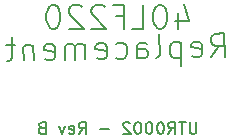
<source format=gbr>
%TF.GenerationSoftware,KiCad,Pcbnew,(6.0.4)*%
%TF.CreationDate,2022-05-21T11:19:22+01:00*%
%TF.ProjectId,Saft 40LF220 - Rev B,53616674-2034-4304-9c46-323230202d20,rev?*%
%TF.SameCoordinates,Original*%
%TF.FileFunction,Legend,Bot*%
%TF.FilePolarity,Positive*%
%FSLAX46Y46*%
G04 Gerber Fmt 4.6, Leading zero omitted, Abs format (unit mm)*
G04 Created by KiCad (PCBNEW (6.0.4)) date 2022-05-21 11:19:22*
%MOMM*%
%LPD*%
G01*
G04 APERTURE LIST*
%ADD10C,0.150000*%
G04 APERTURE END LIST*
D10*
X139645238Y-61771428D02*
X139645238Y-63104761D01*
X140121428Y-61009523D02*
X140597619Y-62438095D01*
X139359523Y-62438095D01*
X138216666Y-61104761D02*
X138026190Y-61104761D01*
X137835714Y-61200000D01*
X137740476Y-61295238D01*
X137645238Y-61485714D01*
X137550000Y-61866666D01*
X137550000Y-62342857D01*
X137645238Y-62723809D01*
X137740476Y-62914285D01*
X137835714Y-63009523D01*
X138026190Y-63104761D01*
X138216666Y-63104761D01*
X138407142Y-63009523D01*
X138502380Y-62914285D01*
X138597619Y-62723809D01*
X138692857Y-62342857D01*
X138692857Y-61866666D01*
X138597619Y-61485714D01*
X138502380Y-61295238D01*
X138407142Y-61200000D01*
X138216666Y-61104761D01*
X135740476Y-63104761D02*
X136692857Y-63104761D01*
X136692857Y-61104761D01*
X134407142Y-62057142D02*
X135073809Y-62057142D01*
X135073809Y-63104761D02*
X135073809Y-61104761D01*
X134121428Y-61104761D01*
X133454761Y-61295238D02*
X133359523Y-61200000D01*
X133169047Y-61104761D01*
X132692857Y-61104761D01*
X132502380Y-61200000D01*
X132407142Y-61295238D01*
X132311904Y-61485714D01*
X132311904Y-61676190D01*
X132407142Y-61961904D01*
X133550000Y-63104761D01*
X132311904Y-63104761D01*
X131550000Y-61295238D02*
X131454761Y-61200000D01*
X131264285Y-61104761D01*
X130788095Y-61104761D01*
X130597619Y-61200000D01*
X130502380Y-61295238D01*
X130407142Y-61485714D01*
X130407142Y-61676190D01*
X130502380Y-61961904D01*
X131645238Y-63104761D01*
X130407142Y-63104761D01*
X129169047Y-61104761D02*
X128978571Y-61104761D01*
X128788095Y-61200000D01*
X128692857Y-61295238D01*
X128597619Y-61485714D01*
X128502380Y-61866666D01*
X128502380Y-62342857D01*
X128597619Y-62723809D01*
X128692857Y-62914285D01*
X128788095Y-63009523D01*
X128978571Y-63104761D01*
X129169047Y-63104761D01*
X129359523Y-63009523D01*
X129454761Y-62914285D01*
X129550000Y-62723809D01*
X129645238Y-62342857D01*
X129645238Y-61866666D01*
X129550000Y-61485714D01*
X129454761Y-61295238D01*
X129359523Y-61200000D01*
X129169047Y-61104761D01*
X141192857Y-71002380D02*
X141192857Y-71811904D01*
X141145238Y-71907142D01*
X141097619Y-71954761D01*
X141002380Y-72002380D01*
X140811904Y-72002380D01*
X140716666Y-71954761D01*
X140669047Y-71907142D01*
X140621428Y-71811904D01*
X140621428Y-71002380D01*
X140288095Y-71002380D02*
X139716666Y-71002380D01*
X140002380Y-72002380D02*
X140002380Y-71002380D01*
X138811904Y-72002380D02*
X139145238Y-71526190D01*
X139383333Y-72002380D02*
X139383333Y-71002380D01*
X139002380Y-71002380D01*
X138907142Y-71050000D01*
X138859523Y-71097619D01*
X138811904Y-71192857D01*
X138811904Y-71335714D01*
X138859523Y-71430952D01*
X138907142Y-71478571D01*
X139002380Y-71526190D01*
X139383333Y-71526190D01*
X138192857Y-71002380D02*
X138097619Y-71002380D01*
X138002380Y-71050000D01*
X137954761Y-71097619D01*
X137907142Y-71192857D01*
X137859523Y-71383333D01*
X137859523Y-71621428D01*
X137907142Y-71811904D01*
X137954761Y-71907142D01*
X138002380Y-71954761D01*
X138097619Y-72002380D01*
X138192857Y-72002380D01*
X138288095Y-71954761D01*
X138335714Y-71907142D01*
X138383333Y-71811904D01*
X138430952Y-71621428D01*
X138430952Y-71383333D01*
X138383333Y-71192857D01*
X138335714Y-71097619D01*
X138288095Y-71050000D01*
X138192857Y-71002380D01*
X137240476Y-71002380D02*
X137145238Y-71002380D01*
X137050000Y-71050000D01*
X137002380Y-71097619D01*
X136954761Y-71192857D01*
X136907142Y-71383333D01*
X136907142Y-71621428D01*
X136954761Y-71811904D01*
X137002380Y-71907142D01*
X137050000Y-71954761D01*
X137145238Y-72002380D01*
X137240476Y-72002380D01*
X137335714Y-71954761D01*
X137383333Y-71907142D01*
X137430952Y-71811904D01*
X137478571Y-71621428D01*
X137478571Y-71383333D01*
X137430952Y-71192857D01*
X137383333Y-71097619D01*
X137335714Y-71050000D01*
X137240476Y-71002380D01*
X136288095Y-71002380D02*
X136192857Y-71002380D01*
X136097619Y-71050000D01*
X136050000Y-71097619D01*
X136002380Y-71192857D01*
X135954761Y-71383333D01*
X135954761Y-71621428D01*
X136002380Y-71811904D01*
X136050000Y-71907142D01*
X136097619Y-71954761D01*
X136192857Y-72002380D01*
X136288095Y-72002380D01*
X136383333Y-71954761D01*
X136430952Y-71907142D01*
X136478571Y-71811904D01*
X136526190Y-71621428D01*
X136526190Y-71383333D01*
X136478571Y-71192857D01*
X136430952Y-71097619D01*
X136383333Y-71050000D01*
X136288095Y-71002380D01*
X135573809Y-71097619D02*
X135526190Y-71050000D01*
X135430952Y-71002380D01*
X135192857Y-71002380D01*
X135097619Y-71050000D01*
X135050000Y-71097619D01*
X135002380Y-71192857D01*
X135002380Y-71288095D01*
X135050000Y-71430952D01*
X135621428Y-72002380D01*
X135002380Y-72002380D01*
X133811904Y-71621428D02*
X133050000Y-71621428D01*
X131240476Y-72002380D02*
X131573809Y-71526190D01*
X131811904Y-72002380D02*
X131811904Y-71002380D01*
X131430952Y-71002380D01*
X131335714Y-71050000D01*
X131288095Y-71097619D01*
X131240476Y-71192857D01*
X131240476Y-71335714D01*
X131288095Y-71430952D01*
X131335714Y-71478571D01*
X131430952Y-71526190D01*
X131811904Y-71526190D01*
X130430952Y-71954761D02*
X130526190Y-72002380D01*
X130716666Y-72002380D01*
X130811904Y-71954761D01*
X130859523Y-71859523D01*
X130859523Y-71478571D01*
X130811904Y-71383333D01*
X130716666Y-71335714D01*
X130526190Y-71335714D01*
X130430952Y-71383333D01*
X130383333Y-71478571D01*
X130383333Y-71573809D01*
X130859523Y-71669047D01*
X130050000Y-71335714D02*
X129811904Y-72002380D01*
X129573809Y-71335714D01*
X128097619Y-71478571D02*
X127954761Y-71526190D01*
X127907142Y-71573809D01*
X127859523Y-71669047D01*
X127859523Y-71811904D01*
X127907142Y-71907142D01*
X127954761Y-71954761D01*
X128050000Y-72002380D01*
X128430952Y-72002380D01*
X128430952Y-71002380D01*
X128097619Y-71002380D01*
X128002380Y-71050000D01*
X127954761Y-71097619D01*
X127907142Y-71192857D01*
X127907142Y-71288095D01*
X127954761Y-71383333D01*
X128002380Y-71430952D01*
X128097619Y-71478571D01*
X128430952Y-71478571D01*
X142466960Y-65515835D02*
X143116903Y-64551965D01*
X143609643Y-65495890D02*
X143574738Y-63496194D01*
X142812949Y-63509491D01*
X142624164Y-63608039D01*
X142530603Y-63704925D01*
X142438703Y-63897034D01*
X142443690Y-64182705D01*
X142542238Y-64371490D01*
X142639123Y-64465052D01*
X142831233Y-64556951D01*
X143593021Y-64543654D01*
X140846496Y-65448868D02*
X141038606Y-65540767D01*
X141419500Y-65534119D01*
X141608285Y-65435571D01*
X141700184Y-65243462D01*
X141686887Y-64481673D01*
X141588339Y-64292888D01*
X141396230Y-64200989D01*
X141015336Y-64207637D01*
X140826551Y-64306185D01*
X140734651Y-64498294D01*
X140737976Y-64688742D01*
X141693536Y-64862567D01*
X139872653Y-64227583D02*
X139907558Y-66227278D01*
X139874315Y-64322806D02*
X139682206Y-64230907D01*
X139301311Y-64237556D01*
X139112526Y-64336103D01*
X139018965Y-64432989D01*
X138927065Y-64625098D01*
X138937038Y-65196440D01*
X139035586Y-65385225D01*
X139132472Y-65478787D01*
X139324581Y-65570686D01*
X139705475Y-65564037D01*
X139894260Y-65465489D01*
X137801004Y-65597280D02*
X137989789Y-65498732D01*
X138081688Y-65306623D01*
X138051770Y-63592598D01*
X136182203Y-65625536D02*
X136163919Y-64578077D01*
X136255818Y-64385967D01*
X136444603Y-64287420D01*
X136825498Y-64280771D01*
X137017607Y-64372670D01*
X136180540Y-65530313D02*
X136372650Y-65622212D01*
X136848768Y-65613901D01*
X137037553Y-65515353D01*
X137129452Y-65323244D01*
X137126128Y-65132797D01*
X137027580Y-64944012D01*
X136835471Y-64852113D01*
X136359353Y-64860423D01*
X136167243Y-64768524D01*
X134371292Y-65561893D02*
X134563402Y-65653793D01*
X134944296Y-65647144D01*
X135133081Y-65548596D01*
X135226642Y-65451710D01*
X135318542Y-65259601D01*
X135308569Y-64688260D01*
X135210021Y-64499475D01*
X135113135Y-64405913D01*
X134921026Y-64314014D01*
X134540132Y-64320662D01*
X134351347Y-64419210D01*
X132752491Y-65590149D02*
X132944601Y-65682049D01*
X133325495Y-65675400D01*
X133514280Y-65576852D01*
X133606179Y-65384743D01*
X133592882Y-64622954D01*
X133494334Y-64434169D01*
X133302225Y-64342270D01*
X132921331Y-64348919D01*
X132732546Y-64447466D01*
X132640646Y-64639576D01*
X132643971Y-64830023D01*
X133599531Y-65003849D01*
X131801917Y-65701994D02*
X131778648Y-64368864D01*
X131781972Y-64559311D02*
X131685086Y-64465750D01*
X131492977Y-64373851D01*
X131207306Y-64378837D01*
X131018521Y-64477385D01*
X130926622Y-64669494D01*
X130944905Y-65716954D01*
X130926622Y-64669494D02*
X130828074Y-64480709D01*
X130635965Y-64388810D01*
X130350294Y-64393796D01*
X130161509Y-64492344D01*
X130069609Y-64684453D01*
X130087893Y-65731913D01*
X128372206Y-65666608D02*
X128564315Y-65758507D01*
X128945210Y-65751858D01*
X129133995Y-65653311D01*
X129225894Y-65461201D01*
X129212597Y-64699413D01*
X129114049Y-64510628D01*
X128921940Y-64418728D01*
X128541046Y-64425377D01*
X128352260Y-64523925D01*
X128260361Y-64716034D01*
X128263685Y-64906481D01*
X129219246Y-65080307D01*
X127398362Y-64445322D02*
X127421632Y-65778453D01*
X127401687Y-64635770D02*
X127304801Y-64542208D01*
X127112692Y-64450309D01*
X126827021Y-64455295D01*
X126638236Y-64553843D01*
X126546337Y-64745952D01*
X126564620Y-65793412D01*
X125874785Y-64471916D02*
X125112996Y-64485214D01*
X125577479Y-63810338D02*
X125607398Y-65524362D01*
X125515498Y-65716472D01*
X125326713Y-65815020D01*
X125136266Y-65818344D01*
M02*

</source>
